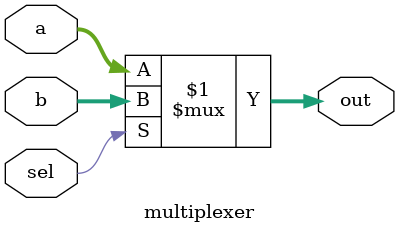
<source format=v>
`timescale 1ns / 1ps


module multiplexer(
input [31:0]a, 
input [31:0]b, 
input sel, 
output [31:0]out);

    assign out = sel ? b : a;
endmodule

</source>
